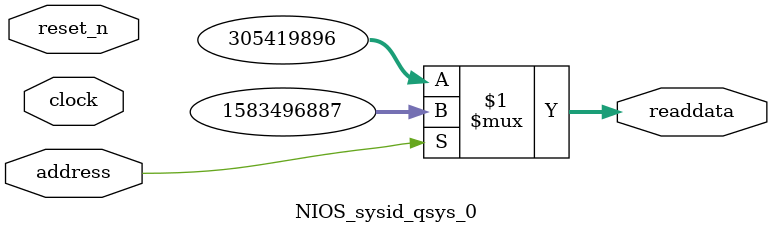
<source format=v>



// synthesis translate_off
`timescale 1ns / 1ps
// synthesis translate_on

// turn off superfluous verilog processor warnings 
// altera message_level Level1 
// altera message_off 10034 10035 10036 10037 10230 10240 10030 

module NIOS_sysid_qsys_0 (
               // inputs:
                address,
                clock,
                reset_n,

               // outputs:
                readdata
             )
;

  output  [ 31: 0] readdata;
  input            address;
  input            clock;
  input            reset_n;

  wire    [ 31: 0] readdata;
  //control_slave, which is an e_avalon_slave
  assign readdata = address ? 1583496887 : 305419896;

endmodule



</source>
